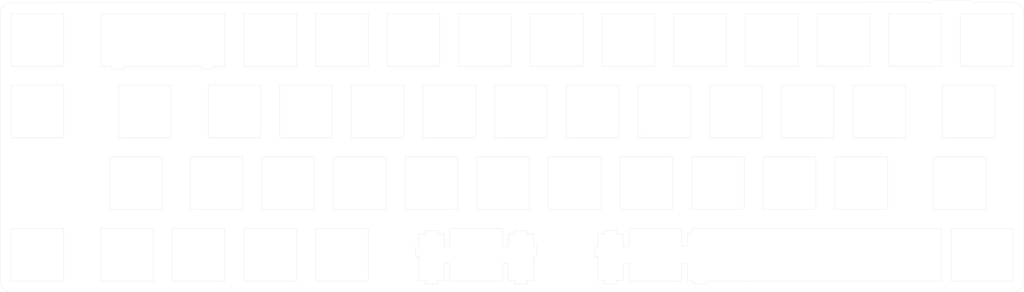
<source format=kicad_pcb>
(kicad_pcb (version 20171130) (host pcbnew "(5.1.12)-1")

  (general
    (thickness 1.6)
    (drawings 286)
    (tracks 0)
    (zones 0)
    (modules 2)
    (nets 1)
  )

  (page USLedger)
  (layers
    (0 F.Cu signal)
    (31 B.Cu signal)
    (32 B.Adhes user)
    (33 F.Adhes user)
    (34 B.Paste user)
    (35 F.Paste user)
    (36 B.SilkS user)
    (37 F.SilkS user)
    (38 B.Mask user)
    (39 F.Mask user)
    (40 Dwgs.User user)
    (41 Cmts.User user)
    (42 Eco1.User user)
    (43 Eco2.User user)
    (44 Edge.Cuts user)
    (45 Margin user)
    (46 B.CrtYd user)
    (47 F.CrtYd user)
    (48 B.Fab user)
    (49 F.Fab user)
  )

  (setup
    (last_trace_width 0.25)
    (trace_clearance 0.2)
    (zone_clearance 0.508)
    (zone_45_only no)
    (trace_min 0.00787)
    (via_size 0.8)
    (via_drill 0.4)
    (via_min_size 0.015748)
    (via_min_drill 0.3)
    (uvia_size 0.3)
    (uvia_drill 0.1)
    (uvias_allowed no)
    (uvia_min_size 0.007874)
    (uvia_min_drill 0.1)
    (edge_width 0.05)
    (segment_width 0.2)
    (pcb_text_width 0.3)
    (pcb_text_size 1.5 1.5)
    (mod_edge_width 0.12)
    (mod_text_size 1 1)
    (mod_text_width 0.15)
    (pad_size 1.524 1.524)
    (pad_drill 0.762)
    (pad_to_mask_clearance 0)
    (aux_axis_origin 0 0)
    (visible_elements 7FFFF7FF)
    (pcbplotparams
      (layerselection 0x010fc_ffffffff)
      (usegerberextensions true)
      (usegerberattributes false)
      (usegerberadvancedattributes true)
      (creategerberjobfile false)
      (excludeedgelayer true)
      (linewidth 0.100000)
      (plotframeref false)
      (viasonmask false)
      (mode 1)
      (useauxorigin false)
      (hpglpennumber 1)
      (hpglpenspeed 20)
      (hpglpendiameter 15.000000)
      (psnegative false)
      (psa4output false)
      (plotreference true)
      (plotvalue true)
      (plotinvisibletext false)
      (padsonsilk false)
      (subtractmaskfromsilk true)
      (outputformat 1)
      (mirror false)
      (drillshape 0)
      (scaleselection 1)
      (outputdirectory "Gerber"))
  )

  (net 0 "")

  (net_class Default "This is the default net class."
    (clearance 0.2)
    (trace_width 0.25)
    (via_dia 0.8)
    (via_drill 0.4)
    (uvia_dia 0.3)
    (uvia_drill 0.1)
  )

  (module Graphics:logo.pretty (layer F.Cu) (tedit 61DA50E0) (tstamp 61DABDE0)
    (at 81.534 126.238)
    (fp_text reference G*** (at 0 0) (layer F.SilkS) hide
      (effects (font (size 1.524 1.524) (thickness 0.3)))
    )
    (fp_text value LOGO (at 0.75 0) (layer F.SilkS) hide
      (effects (font (size 1.524 1.524) (thickness 0.3)))
    )
    (fp_poly (pts (xy -0.098829 -4.514606) (xy -0.031195 -4.434112) (xy -0.013905 -4.409416) (xy 0.050188 -4.332882)
      (xy 0.09695 -4.310315) (xy 0.10501 -4.316668) (xy 0.15496 -4.363065) (xy 0.183501 -4.342503)
      (xy 0.167701 -4.272677) (xy 0.166063 -4.269557) (xy 0.138748 -4.165188) (xy 0.162476 -4.027324)
      (xy 0.162827 -4.02614) (xy 0.208282 -3.873087) (xy 0.253051 -3.722281) (xy 0.302018 -3.596075)
      (xy 0.373714 -3.491515) (xy 0.479393 -3.401636) (xy 0.630311 -3.319474) (xy 0.837723 -3.238066)
      (xy 1.112884 -3.150447) (xy 1.234668 -3.114901) (xy 1.49608 -3.037145) (xy 1.76346 -2.952907)
      (xy 2.010825 -2.870677) (xy 2.212192 -2.798942) (xy 2.27048 -2.776505) (xy 2.444409 -2.708367)
      (xy 2.557937 -2.669077) (xy 2.629244 -2.655968) (xy 2.676511 -2.666373) (xy 2.71792 -2.697625)
      (xy 2.730212 -2.709063) (xy 2.894645 -2.816712) (xy 3.1168 -2.896962) (xy 3.37296 -2.945585)
      (xy 3.639412 -2.958351) (xy 3.89244 -2.93103) (xy 3.929151 -2.922883) (xy 4.153391 -2.826013)
      (xy 4.346546 -2.650716) (xy 4.508136 -2.397506) (xy 4.585222 -2.22039) (xy 4.669147 -1.91067)
      (xy 4.67681 -1.609849) (xy 4.608437 -1.295918) (xy 4.595155 -1.256381) (xy 4.555357 -1.133784)
      (xy 4.547057 -1.056842) (xy 4.573479 -0.991405) (xy 4.627165 -0.917331) (xy 4.689002 -0.823331)
      (xy 4.774983 -0.675685) (xy 4.87233 -0.496936) (xy 4.943385 -0.35945) (xy 5.052062 -0.141877)
      (xy 5.139515 0.039944) (xy 5.215555 0.208725) (xy 5.289993 0.387177) (xy 5.372641 0.598012)
      (xy 5.473309 0.86394) (xy 5.482707 0.889) (xy 5.523777 1.027765) (xy 5.570662 1.233823)
      (xy 5.620731 1.49022) (xy 5.67135 1.780004) (xy 5.719888 2.086225) (xy 5.76371 2.391928)
      (xy 5.800185 2.680163) (xy 5.82668 2.933977) (xy 5.840563 3.136417) (xy 5.842 3.202593)
      (xy 5.842 3.596159) (xy 5.715 3.661834) (xy 5.623264 3.732445) (xy 5.588 3.808063)
      (xy 5.551544 3.922806) (xy 5.44365 3.994398) (xy 5.266524 4.021462) (xy 5.246309 4.021667)
      (xy 5.120765 4.017254) (xy 5.058565 3.998113) (xy 5.038591 3.955389) (xy 5.037666 3.934188)
      (xy 5.021035 3.871726) (xy 4.955464 3.857189) (xy 4.92125 3.860105) (xy 4.836175 3.885632)
      (xy 4.799388 3.953997) (xy 4.791927 4.006256) (xy 4.768628 4.090022) (xy 4.709049 4.144993)
      (xy 4.599536 4.176436) (xy 4.426429 4.189614) (xy 4.312708 4.191) (xy 4.189069 4.18736)
      (xy 4.128123 4.168953) (xy 4.107967 4.124547) (xy 4.106333 4.085167) (xy 4.085828 4.001479)
      (xy 4.025129 3.979334) (xy 3.889984 4.001689) (xy 3.821576 4.071845) (xy 3.81 4.142862)
      (xy 3.779798 4.238312) (xy 3.683919 4.312056) (xy 3.514449 4.369293) (xy 3.440819 4.385486)
      (xy 3.262167 4.400063) (xy 3.145522 4.360902) (xy 3.093165 4.268998) (xy 3.090333 4.232527)
      (xy 3.079386 4.142739) (xy 3.030235 4.11011) (xy 2.973916 4.106982) (xy 2.842966 4.125253)
      (xy 2.772396 4.188686) (xy 2.744903 4.29647) (xy 2.72433 4.380775) (xy 2.670651 4.425932)
      (xy 2.561166 4.453573) (xy 2.405584 4.468387) (xy 2.251654 4.46356) (xy 2.237789 4.461732)
      (xy 2.129918 4.434418) (xy 2.077473 4.379149) (xy 2.058931 4.315074) (xy 2.02341 4.222871)
      (xy 1.953327 4.191867) (xy 1.930687 4.191) (xy 1.788789 4.208081) (xy 1.713671 4.264972)
      (xy 1.693333 4.360333) (xy 1.680527 4.443997) (xy 1.6319 4.495283) (xy 1.532139 4.521398)
      (xy 1.365931 4.529548) (xy 1.3335 4.529667) (xy 1.156077 4.523767) (xy 1.047341 4.501085)
      (xy 0.991821 4.454147) (xy 0.974052 4.37548) (xy 0.973666 4.355804) (xy 0.967737 4.280464)
      (xy 0.934654 4.244777) (xy 0.851475 4.233995) (xy 0.783166 4.233334) (xy 0.592666 4.233334)
      (xy 0.592666 4.572) (xy 0.28575 4.568658) (xy 0.12724 4.564204) (xy -0.000717 4.555634)
      (xy -0.071954 4.544743) (xy -0.074084 4.543964) (xy -0.109848 4.491261) (xy -0.126789 4.390989)
      (xy -0.127 4.377972) (xy -0.127 4.233334) (xy -0.333956 4.233334) (xy -0.458181 4.236583)
      (xy -0.522907 4.25692) (xy -0.553295 4.310222) (xy -0.568707 4.3815) (xy -0.596504 4.529667)
      (xy -0.859169 4.529089) (xy -1.059911 4.523983) (xy -1.192088 4.5058) (xy -1.271493 4.468653)
      (xy -1.313921 4.406656) (xy -1.328369 4.35424) (xy -1.349095 4.278856) (xy -1.388123 4.244002)
      (xy -1.470615 4.237177) (xy -1.555161 4.241573) (xy -1.677959 4.253964) (xy -1.739916 4.280148)
      (xy -1.764857 4.334632) (xy -1.770396 4.372644) (xy -1.783958 4.490788) (xy -2.109062 4.478477)
      (xy -2.27302 4.471014) (xy -2.37073 4.45928) (xy -2.420565 4.436172) (xy -2.440897 4.39459)
      (xy -2.447774 4.347553) (xy -2.49456 4.235549) (xy -2.566947 4.188803) (xy -2.68026 4.154463)
      (xy -2.745121 4.168945) (xy -2.787968 4.241578) (xy -2.798545 4.270506) (xy -2.833816 4.344348)
      (xy -2.890637 4.384863) (xy -2.995199 4.406458) (xy -3.05787 4.413182) (xy -3.216329 4.417864)
      (xy -3.365267 4.405542) (xy -3.415362 4.395186) (xy -3.513194 4.355903) (xy -3.551388 4.294017)
      (xy -3.556 4.232833) (xy -3.584033 4.119955) (xy -3.652734 4.048307) (xy -3.739013 4.02401)
      (xy -3.819774 4.053188) (xy -3.871927 4.141961) (xy -3.8735 4.148667) (xy -3.896238 4.224231)
      (xy -3.937579 4.26174) (xy -4.022448 4.27444) (xy -4.11248 4.275667) (xy -4.301342 4.262406)
      (xy -4.419498 4.218712) (xy -4.47727 4.138717) (xy -4.487334 4.062511) (xy -4.505546 3.964734)
      (xy -4.547371 3.937) (xy -4.640302 3.922158) (xy -4.674921 3.911093) (xy -4.733668 3.918153)
      (xy -4.78151 3.998177) (xy -4.788358 4.016927) (xy -4.82712 4.101512) (xy -4.884406 4.139138)
      (xy -4.991104 4.14808) (xy -5.010058 4.148089) (xy -5.190072 4.140498) (xy -5.301109 4.113941)
      (xy -5.358128 4.060579) (xy -5.376085 3.972569) (xy -5.376334 3.956082) (xy -5.392438 3.847024)
      (xy -5.449418 3.793265) (xy -5.465262 3.787481) (xy -5.561822 3.782916) (xy -5.619365 3.849066)
      (xy -5.63716 3.915834) (xy -5.674379 3.979458) (xy -5.769417 4.009632) (xy -5.80241 4.013151)
      (xy -5.997821 4.004062) (xy -6.133153 3.940251) (xy -6.204812 3.823561) (xy -6.209272 3.804561)
      (xy -6.26106 3.687367) (xy -6.360577 3.623946) (xy -6.485115 3.577167) (xy -6.457282 3.026834)
      (xy -6.424922 2.604201) (xy -6.371313 2.159994) (xy -6.300222 1.714979) (xy -6.215417 1.289917)
      (xy -6.120667 0.905574) (xy -6.01974 0.582713) (xy -6.007859 0.550334) (xy -5.939045 0.366796)
      (xy -5.864141 0.1678) (xy -5.832744 0.084667) (xy -5.775763 -0.039323) (xy -5.684357 -0.209452)
      (xy -5.571147 -0.404995) (xy -5.44875 -0.605222) (xy -5.329786 -0.789407) (xy -5.226875 -0.936823)
      (xy -5.161838 -1.017317) (xy -5.04777 -1.143366) (xy -4.985959 -1.225805) (xy -4.96767 -1.279747)
      (xy -4.984166 -1.320303) (xy -4.985641 -1.322122) (xy -5.021211 -1.388053) (xy -5.07107 -1.508183)
      (xy -5.121948 -1.649366) (xy -5.182675 -1.896415) (xy -5.184222 -2.123427) (xy -5.124304 -2.358146)
      (xy -5.049174 -2.532416) (xy -4.964504 -2.679447) (xy -4.859038 -2.795521) (xy -4.705289 -2.910146)
      (xy -4.684882 -2.923523) (xy -4.503918 -3.030663) (xy -4.342357 -3.096195) (xy -4.170843 -3.127037)
      (xy -3.960019 -3.130109) (xy -3.835508 -3.123703) (xy -3.611463 -3.096863) (xy -3.429345 -3.042345)
      (xy -3.312202 -2.985966) (xy -3.190889 -2.912905) (xy -3.103282 -2.847048) (xy -3.07415 -2.812887)
      (xy -3.023514 -2.793782) (xy -2.907566 -2.814115) (xy -2.734689 -2.871642) (xy -2.518834 -2.961617)
      (xy -2.342703 -3.027737) (xy -2.110488 -3.096969) (xy -1.846379 -3.16389) (xy -1.574566 -3.223077)
      (xy -1.319242 -3.269106) (xy -1.104596 -3.296554) (xy -1.001184 -3.301865) (xy -0.864544 -3.343273)
      (xy -0.74235 -3.440184) (xy -0.672093 -3.521511) (xy -0.618125 -3.616981) (xy -0.571377 -3.748101)
      (xy -0.522778 -3.936382) (xy -0.510275 -3.990517) (xy -0.458292 -4.201754) (xy -0.415394 -4.333855)
      (xy -0.378678 -4.391501) (xy -0.345245 -4.379371) (xy -0.313863 -4.307416) (xy -0.292384 -4.256779)
      (xy -0.272234 -4.268675) (xy -0.243995 -4.352016) (xy -0.235571 -4.3815) (xy -0.197119 -4.485822)
      (xy -0.158147 -4.543893) (xy -0.146811 -4.548331) (xy -0.098829 -4.514606)) (layer F.Mask) (width 0.01))
  )

  (module Graphics:logo.pretty (layer F.Cu) (tedit 61DA428A) (tstamp 61DABE1F)
    (at 81.534 126.238)
    (fp_text reference G1 (at 0 0) (layer F.SilkS) hide
      (effects (font (size 1.524 1.524) (thickness 0.3)))
    )
    (fp_text value LOGO (at 0.75 0) (layer F.SilkS) hide
      (effects (font (size 1.524 1.524) (thickness 0.3)))
    )
    (fp_poly (pts (xy -0.098829 -4.514606) (xy -0.031195 -4.434112) (xy -0.013905 -4.409416) (xy 0.050188 -4.332882)
      (xy 0.09695 -4.310315) (xy 0.10501 -4.316668) (xy 0.15496 -4.363065) (xy 0.183501 -4.342503)
      (xy 0.167701 -4.272677) (xy 0.166063 -4.269557) (xy 0.138748 -4.165188) (xy 0.162476 -4.027324)
      (xy 0.162827 -4.02614) (xy 0.208282 -3.873087) (xy 0.253051 -3.722281) (xy 0.302018 -3.596075)
      (xy 0.373714 -3.491515) (xy 0.479393 -3.401636) (xy 0.630311 -3.319474) (xy 0.837723 -3.238066)
      (xy 1.112884 -3.150447) (xy 1.234668 -3.114901) (xy 1.49608 -3.037145) (xy 1.76346 -2.952907)
      (xy 2.010825 -2.870677) (xy 2.212192 -2.798942) (xy 2.27048 -2.776505) (xy 2.444409 -2.708367)
      (xy 2.557937 -2.669077) (xy 2.629244 -2.655968) (xy 2.676511 -2.666373) (xy 2.71792 -2.697625)
      (xy 2.730212 -2.709063) (xy 2.894645 -2.816712) (xy 3.1168 -2.896962) (xy 3.37296 -2.945585)
      (xy 3.639412 -2.958351) (xy 3.89244 -2.93103) (xy 3.929151 -2.922883) (xy 4.153391 -2.826013)
      (xy 4.346546 -2.650716) (xy 4.508136 -2.397506) (xy 4.585222 -2.22039) (xy 4.669147 -1.91067)
      (xy 4.67681 -1.609849) (xy 4.608437 -1.295918) (xy 4.595155 -1.256381) (xy 4.555357 -1.133784)
      (xy 4.547057 -1.056842) (xy 4.573479 -0.991405) (xy 4.627165 -0.917331) (xy 4.689002 -0.823331)
      (xy 4.774983 -0.675685) (xy 4.87233 -0.496936) (xy 4.943385 -0.35945) (xy 5.052062 -0.141877)
      (xy 5.139515 0.039944) (xy 5.215555 0.208725) (xy 5.289993 0.387177) (xy 5.372641 0.598012)
      (xy 5.473309 0.86394) (xy 5.482707 0.889) (xy 5.523777 1.027765) (xy 5.570662 1.233823)
      (xy 5.620731 1.49022) (xy 5.67135 1.780004) (xy 5.719888 2.086225) (xy 5.76371 2.391928)
      (xy 5.800185 2.680163) (xy 5.82668 2.933977) (xy 5.840563 3.136417) (xy 5.842 3.202593)
      (xy 5.842 3.596159) (xy 5.715 3.661834) (xy 5.623264 3.732445) (xy 5.588 3.808063)
      (xy 5.551544 3.922806) (xy 5.44365 3.994398) (xy 5.266524 4.021462) (xy 5.246309 4.021667)
      (xy 5.120765 4.017254) (xy 5.058565 3.998113) (xy 5.038591 3.955389) (xy 5.037666 3.934188)
      (xy 5.021035 3.871726) (xy 4.955464 3.857189) (xy 4.92125 3.860105) (xy 4.836175 3.885632)
      (xy 4.799388 3.953997) (xy 4.791927 4.006256) (xy 4.768628 4.090022) (xy 4.709049 4.144993)
      (xy 4.599536 4.176436) (xy 4.426429 4.189614) (xy 4.312708 4.191) (xy 4.189069 4.18736)
      (xy 4.128123 4.168953) (xy 4.107967 4.124547) (xy 4.106333 4.085167) (xy 4.085828 4.001479)
      (xy 4.025129 3.979334) (xy 3.889984 4.001689) (xy 3.821576 4.071845) (xy 3.81 4.142862)
      (xy 3.779798 4.238312) (xy 3.683919 4.312056) (xy 3.514449 4.369293) (xy 3.440819 4.385486)
      (xy 3.262167 4.400063) (xy 3.145522 4.360902) (xy 3.093165 4.268998) (xy 3.090333 4.232527)
      (xy 3.079386 4.142739) (xy 3.030235 4.11011) (xy 2.973916 4.106982) (xy 2.842966 4.125253)
      (xy 2.772396 4.188686) (xy 2.744903 4.29647) (xy 2.72433 4.380775) (xy 2.670651 4.425932)
      (xy 2.561166 4.453573) (xy 2.405584 4.468387) (xy 2.251654 4.46356) (xy 2.237789 4.461732)
      (xy 2.129918 4.434418) (xy 2.077473 4.379149) (xy 2.058931 4.315074) (xy 2.02341 4.222871)
      (xy 1.953327 4.191867) (xy 1.930687 4.191) (xy 1.788789 4.208081) (xy 1.713671 4.264972)
      (xy 1.693333 4.360333) (xy 1.680527 4.443997) (xy 1.6319 4.495283) (xy 1.532139 4.521398)
      (xy 1.365931 4.529548) (xy 1.3335 4.529667) (xy 1.156077 4.523767) (xy 1.047341 4.501085)
      (xy 0.991821 4.454147) (xy 0.974052 4.37548) (xy 0.973666 4.355804) (xy 0.967737 4.280464)
      (xy 0.934654 4.244777) (xy 0.851475 4.233995) (xy 0.783166 4.233334) (xy 0.592666 4.233334)
      (xy 0.592666 4.572) (xy 0.28575 4.568658) (xy 0.12724 4.564204) (xy -0.000717 4.555634)
      (xy -0.071954 4.544743) (xy -0.074084 4.543964) (xy -0.109848 4.491261) (xy -0.126789 4.390989)
      (xy -0.127 4.377972) (xy -0.127 4.233334) (xy -0.333956 4.233334) (xy -0.458181 4.236583)
      (xy -0.522907 4.25692) (xy -0.553295 4.310222) (xy -0.568707 4.3815) (xy -0.596504 4.529667)
      (xy -0.859169 4.529089) (xy -1.059911 4.523983) (xy -1.192088 4.5058) (xy -1.271493 4.468653)
      (xy -1.313921 4.406656) (xy -1.328369 4.35424) (xy -1.349095 4.278856) (xy -1.388123 4.244002)
      (xy -1.470615 4.237177) (xy -1.555161 4.241573) (xy -1.677959 4.253964) (xy -1.739916 4.280148)
      (xy -1.764857 4.334632) (xy -1.770396 4.372644) (xy -1.783958 4.490788) (xy -2.109062 4.478477)
      (xy -2.27302 4.471014) (xy -2.37073 4.45928) (xy -2.420565 4.436172) (xy -2.440897 4.39459)
      (xy -2.447774 4.347553) (xy -2.49456 4.235549) (xy -2.566947 4.188803) (xy -2.68026 4.154463)
      (xy -2.745121 4.168945) (xy -2.787968 4.241578) (xy -2.798545 4.270506) (xy -2.833816 4.344348)
      (xy -2.890637 4.384863) (xy -2.995199 4.406458) (xy -3.05787 4.413182) (xy -3.216329 4.417864)
      (xy -3.365267 4.405542) (xy -3.415362 4.395186) (xy -3.513194 4.355903) (xy -3.551388 4.294017)
      (xy -3.556 4.232833) (xy -3.584033 4.119955) (xy -3.652734 4.048307) (xy -3.739013 4.02401)
      (xy -3.819774 4.053188) (xy -3.871927 4.141961) (xy -3.8735 4.148667) (xy -3.896238 4.224231)
      (xy -3.937579 4.26174) (xy -4.022448 4.27444) (xy -4.11248 4.275667) (xy -4.301342 4.262406)
      (xy -4.419498 4.218712) (xy -4.47727 4.138717) (xy -4.487334 4.062511) (xy -4.505546 3.964734)
      (xy -4.547371 3.937) (xy -4.640302 3.922158) (xy -4.674921 3.911093) (xy -4.733668 3.918153)
      (xy -4.78151 3.998177) (xy -4.788358 4.016927) (xy -4.82712 4.101512) (xy -4.884406 4.139138)
      (xy -4.991104 4.14808) (xy -5.010058 4.148089) (xy -5.190072 4.140498) (xy -5.301109 4.113941)
      (xy -5.358128 4.060579) (xy -5.376085 3.972569) (xy -5.376334 3.956082) (xy -5.392438 3.847024)
      (xy -5.449418 3.793265) (xy -5.465262 3.787481) (xy -5.561822 3.782916) (xy -5.619365 3.849066)
      (xy -5.63716 3.915834) (xy -5.674379 3.979458) (xy -5.769417 4.009632) (xy -5.80241 4.013151)
      (xy -5.997821 4.004062) (xy -6.133153 3.940251) (xy -6.204812 3.823561) (xy -6.209272 3.804561)
      (xy -6.26106 3.687367) (xy -6.360577 3.623946) (xy -6.485115 3.577167) (xy -6.457282 3.026834)
      (xy -6.424922 2.604201) (xy -6.371313 2.159994) (xy -6.300222 1.714979) (xy -6.215417 1.289917)
      (xy -6.120667 0.905574) (xy -6.01974 0.582713) (xy -6.007859 0.550334) (xy -5.939045 0.366796)
      (xy -5.864141 0.1678) (xy -5.832744 0.084667) (xy -5.775763 -0.039323) (xy -5.684357 -0.209452)
      (xy -5.571147 -0.404995) (xy -5.44875 -0.605222) (xy -5.329786 -0.789407) (xy -5.226875 -0.936823)
      (xy -5.161838 -1.017317) (xy -5.04777 -1.143366) (xy -4.985959 -1.225805) (xy -4.96767 -1.279747)
      (xy -4.984166 -1.320303) (xy -4.985641 -1.322122) (xy -5.021211 -1.388053) (xy -5.07107 -1.508183)
      (xy -5.121948 -1.649366) (xy -5.182675 -1.896415) (xy -5.184222 -2.123427) (xy -5.124304 -2.358146)
      (xy -5.049174 -2.532416) (xy -4.964504 -2.679447) (xy -4.859038 -2.795521) (xy -4.705289 -2.910146)
      (xy -4.684882 -2.923523) (xy -4.503918 -3.030663) (xy -4.342357 -3.096195) (xy -4.170843 -3.127037)
      (xy -3.960019 -3.130109) (xy -3.835508 -3.123703) (xy -3.611463 -3.096863) (xy -3.429345 -3.042345)
      (xy -3.312202 -2.985966) (xy -3.190889 -2.912905) (xy -3.103282 -2.847048) (xy -3.07415 -2.812887)
      (xy -3.023514 -2.793782) (xy -2.907566 -2.814115) (xy -2.734689 -2.871642) (xy -2.518834 -2.961617)
      (xy -2.342703 -3.027737) (xy -2.110488 -3.096969) (xy -1.846379 -3.16389) (xy -1.574566 -3.223077)
      (xy -1.319242 -3.269106) (xy -1.104596 -3.296554) (xy -1.001184 -3.301865) (xy -0.864544 -3.343273)
      (xy -0.74235 -3.440184) (xy -0.672093 -3.521511) (xy -0.618125 -3.616981) (xy -0.571377 -3.748101)
      (xy -0.522778 -3.936382) (xy -0.510275 -3.990517) (xy -0.458292 -4.201754) (xy -0.415394 -4.333855)
      (xy -0.378678 -4.391501) (xy -0.345245 -4.379371) (xy -0.313863 -4.307416) (xy -0.292384 -4.256779)
      (xy -0.272234 -4.268675) (xy -0.243995 -4.352016) (xy -0.235571 -4.3815) (xy -0.197119 -4.485822)
      (xy -0.158147 -4.543893) (xy -0.146811 -4.548331) (xy -0.098829 -4.514606)) (layer B.Mask) (width 0.01))
  )

  (gr_line (start 269.29715 152.92701) (end 269.58535 152.92701) (layer Edge.Cuts) (width 0.05) (tstamp 61DABD43))
  (gr_line (start 269.29715 138.92755) (end 269.58535 138.92755) (layer Edge.Cuts) (width 0.05) (tstamp 61DABD42))
  (gr_line (start 269.29715 133.87705) (end 269.29715 119.87765) (layer Edge.Cuts) (width 0.05) (tstamp 61DAB7CA))
  (gr_line (start 274.34785 119.87765) (end 274.34785 133.87705) (layer Edge.Cuts) (width 0.05) (tstamp 61DAB7BE))
  (gr_line (start 288.34715 133.87705) (end 288.34715 119.87765) (layer Edge.Cuts) (width 0.05) (tstamp 61DAB7B5))
  (gr_line (start 293.39785 119.87765) (end 293.39785 133.87705) (layer Edge.Cuts) (width 0.05) (tstamp 61DAB5E4))
  (gr_line (start 319.59145 119.87765) (end 319.59145 133.87705) (layer Edge.Cuts) (width 0.05) (tstamp 61DAB5CF))
  (gr_line (start 307.39715 133.87705) (end 307.39715 119.87765) (layer Edge.Cuts) (width 0.05) (tstamp 61DAB5C0))
  (gr_line (start 255.29785 119.87765) (end 255.29785 133.87705) (layer Edge.Cuts) (width 0.05) (tstamp 61DAB791))
  (gr_line (start 88.28425 152.92701) (end 88.28425 138.92755) (layer Edge.Cuts) (width 0.05) (tstamp 61DAB8F8))
  (gr_line (start 88.28425 138.92755) (end 74.28425 138.92755) (layer Edge.Cuts) (width 0.05) (tstamp 61DAB8EF))
  (gr_line (start 135.94735 119.87765) (end 121.94735 119.87765) (layer Edge.Cuts) (width 0.05) (tstamp 61DAB782))
  (gr_line (start 174.04735 119.87765) (end 160.04735 119.87765) (layer Edge.Cuts) (width 0.05) (tstamp 61DAB770))
  (gr_line (start 114.51735 119.87765) (end 100.51635 119.87765) (layer Edge.Cuts) (width 0.05) (tstamp 61DAB761))
  (gr_line (start 154.99735 119.87765) (end 140.99735 119.87765) (layer Edge.Cuts) (width 0.05) (tstamp 61DAB74C))
  (gr_line (start 131.18435 95.77685) (end 128.20935 95.77685) (layer Edge.Cuts) (width 0.05) (tstamp 61DAB680))
  (gr_line (start 136.23535 95.77685) (end 150.23435 95.77685) (layer Edge.Cuts) (width 0.05) (tstamp 61DAB677))
  (gr_line (start 128.20935 95.77685) (end 128.20935 96.52795) (layer Edge.Cuts) (width 0.05) (tstamp 61DAB66B))
  (gr_line (start 155.28535 95.77685) (end 169.28435 95.77685) (layer Edge.Cuts) (width 0.05) (tstamp 61DAB668))
  (gr_line (start 124.91035 96.52795) (end 124.91035 95.77685) (layer Edge.Cuts) (width 0.05) (tstamp 61DAB653))
  (gr_line (start 124.91035 95.77685) (end 104.40935 95.77685) (layer Edge.Cuts) (width 0.05) (tstamp 61DAB650))
  (gr_line (start 104.40935 95.77685) (end 104.40935 96.52795) (layer Edge.Cuts) (width 0.05) (tstamp 61DAB64A))
  (gr_line (start 101.11035 95.77685) (end 98.13535 95.77685) (layer Edge.Cuts) (width 0.05) (tstamp 61DAB647))
  (gr_line (start 74.32235 95.77685) (end 88.32235 95.77685) (layer Edge.Cuts) (width 0.05) (tstamp 61DAB638))
  (gr_line (start 128.20935 96.52795) (end 124.91035 96.52795) (layer Edge.Cuts) (width 0.05) (tstamp 61DAB61A))
  (gr_line (start 104.40935 96.52795) (end 101.11035 96.52795) (layer Edge.Cuts) (width 0.05) (tstamp 61DAB611))
  (gr_line (start 101.11035 96.52795) (end 101.11035 95.77685) (layer Edge.Cuts) (width 0.05) (tstamp 61DAB602))
  (gr_line (start 126.71035 114.82685) (end 140.70935 114.82685) (layer Edge.Cuts) (width 0.05) (tstamp 61DAB5FF))
  (gr_line (start 140.70935 100.82755) (end 126.71035 100.82755) (layer Edge.Cuts) (width 0.05) (tstamp 61DAB5FC))
  (gr_line (start 183.86035 100.82755) (end 183.86035 114.82685) (layer Edge.Cuts) (width 0.05) (tstamp 61DAB5F9))
  (gr_line (start 74.32235 114.82685) (end 88.32235 114.82685) (layer Edge.Cuts) (width 0.05) (tstamp 61DAB5ED))
  (gr_line (start 116.89735 114.82685) (end 116.89735 100.82755) (layer Edge.Cuts) (width 0.05) (tstamp 61DAB5DE))
  (gr_line (start 126.71035 100.82755) (end 126.71035 114.82685) (layer Edge.Cuts) (width 0.05) (tstamp 61DAB5DB))
  (gr_line (start 140.70935 114.82685) (end 140.70935 100.82755) (layer Edge.Cuts) (width 0.05) (tstamp 61DAB5D8))
  (gr_line (start 88.32235 100.82755) (end 74.32235 100.82755) (layer Edge.Cuts) (width 0.05) (tstamp 61DAB5D5))
  (gr_line (start 159.75935 100.82755) (end 145.76035 100.82755) (layer Edge.Cuts) (width 0.05) (tstamp 61DAB5D2))
  (gr_line (start 145.76035 114.82685) (end 159.75935 114.82685) (layer Edge.Cuts) (width 0.05) (tstamp 61DAB5CC))
  (gr_line (start 178.80935 100.82755) (end 164.81035 100.82755) (layer Edge.Cuts) (width 0.05) (tstamp 61DAB5C3))
  (gr_line (start 102.89735 100.82755) (end 102.89735 114.82685) (layer Edge.Cuts) (width 0.05) (tstamp 61DAB5BD))
  (gr_line (start 164.81035 100.82755) (end 164.81035 114.82685) (layer Edge.Cuts) (width 0.05) (tstamp 61DAB5BA))
  (gr_line (start 116.89735 100.82755) (end 102.89735 100.82755) (layer Edge.Cuts) (width 0.05) (tstamp 61DAB5A5))
  (gr_line (start 88.32235 114.82685) (end 88.32235 100.82755) (layer Edge.Cuts) (width 0.05) (tstamp 61DAB59F))
  (gr_line (start 159.75935 114.82685) (end 159.75935 100.82755) (layer Edge.Cuts) (width 0.05) (tstamp 61DAB59C))
  (gr_line (start 164.81035 114.82685) (end 178.80935 114.82685) (layer Edge.Cuts) (width 0.05) (tstamp 61DAB599))
  (gr_line (start 74.32235 100.82755) (end 74.32235 114.82685) (layer Edge.Cuts) (width 0.05) (tstamp 61DAB593))
  (gr_line (start 145.76035 100.82755) (end 145.76035 114.82685) (layer Edge.Cuts) (width 0.05) (tstamp 61DAB590))
  (gr_line (start 102.89735 114.82685) (end 116.89735 114.82685) (layer Edge.Cuts) (width 0.05) (tstamp 61DAB581))
  (gr_line (start 178.80935 114.82685) (end 178.80935 100.82755) (layer Edge.Cuts) (width 0.05) (tstamp 61DAB578))
  (gr_line (start 71.40194 152.84704) (end 71.41464 81.8515) (layer Edge.Cuts) (width 0.05) (tstamp 61D9AA09))
  (gr_line (start 232.07935 152.69688) (end 230.35435 152.69688) (layer Edge.Cuts) (width 0.05) (tstamp 61DAB491))
  (gr_line (start 235.37935 153.67804) (end 232.07935 153.67804) (layer Edge.Cuts) (width 0.05) (tstamp 61DAB494))
  (gr_line (start 230.35435 140.39785) (end 232.07935 140.39785) (layer Edge.Cuts) (width 0.05) (tstamp 61DAB497))
  (gr_line (start 254.15375 143.62805) (end 254.15375 140.39785) (layer Edge.Cuts) (width 0.05) (tstamp 61DAB49A))
  (gr_line (start 252.62835 138.92755) (end 252.62835 143.62805) (layer Edge.Cuts) (width 0.05) (tstamp 61DAB49D))
  (gr_line (start 232.07935 140.39785) (end 232.07935 139.47595) (layer Edge.Cuts) (width 0.05) (tstamp 61DAB4A0))
  (gr_line (start 230.35435 143.62805) (end 230.35435 140.39785) (layer Edge.Cuts) (width 0.05) (tstamp 61DAB4A3))
  (gr_line (start 230.35435 146.42681) (end 229.52835 146.42681) (layer Edge.Cuts) (width 0.05) (tstamp 61DAB4A6))
  (gr_line (start 237.10335 140.39785) (end 237.10335 143.62805) (layer Edge.Cuts) (width 0.05) (tstamp 61DAB4A9))
  (gr_line (start 229.52835 143.62805) (end 230.35435 143.62805) (layer Edge.Cuts) (width 0.05) (tstamp 61DAB4AC))
  (gr_line (start 232.07935 139.47595) (end 235.37935 139.47595) (layer Edge.Cuts) (width 0.05) (tstamp 61DAB4AF))
  (gr_line (start 255.29785 138.92755) (end 269.29715 138.92755) (layer Edge.Cuts) (width 0.05) (tstamp 61DAB4B2))
  (gr_line (start 252.62835 143.62805) (end 254.15375 143.62805) (layer Edge.Cuts) (width 0.05) (tstamp 61DAB4B5))
  (gr_line (start 238.62935 143.62805) (end 238.62935 138.92755) (layer Edge.Cuts) (width 0.05) (tstamp 61DAB4B8))
  (gr_line (start 237.10335 143.62805) (end 238.62935 143.62805) (layer Edge.Cuts) (width 0.05) (tstamp 61DAB4BB))
  (gr_line (start 255.29785 140.39785) (end 255.29785 138.92755) (layer Edge.Cuts) (width 0.05) (tstamp 61DAB4BE))
  (gr_line (start 238.62935 138.92755) (end 252.62835 138.92755) (layer Edge.Cuts) (width 0.05) (tstamp 61DAB4C1))
  (gr_line (start 235.37935 140.39785) (end 237.10335 140.39785) (layer Edge.Cuts) (width 0.05) (tstamp 61DAB4C4))
  (gr_line (start 229.52835 146.42681) (end 229.52835 143.62805) (layer Edge.Cuts) (width 0.05) (tstamp 61DAB4C7))
  (gr_line (start 232.07935 153.67804) (end 232.07935 152.69688) (layer Edge.Cuts) (width 0.05) (tstamp 61DAB4CA))
  (gr_line (start 235.37935 139.47595) (end 235.37935 140.39785) (layer Edge.Cuts) (width 0.05) (tstamp 61DAB4CD))
  (gr_line (start 254.15375 140.39785) (end 255.29785 140.39785) (layer Edge.Cuts) (width 0.05) (tstamp 61DAB4D0))
  (gr_line (start 230.35435 152.69688) (end 230.35435 146.42681) (layer Edge.Cuts) (width 0.05) (tstamp 61DAB4D3))
  (gr_line (start 206.52835 152.69688) (end 206.52835 148.22792) (layer Edge.Cuts) (width 0.05) (tstamp 61DAB4DC))
  (gr_line (start 208.25435 152.69688) (end 206.52835 152.69688) (layer Edge.Cuts) (width 0.05) (tstamp 61DAB4E2))
  (gr_line (start 208.25435 153.67804) (end 208.25435 152.69688) (layer Edge.Cuts) (width 0.05) (tstamp 61DAB4E5))
  (gr_line (start 206.52835 143.62805) (end 206.52835 140.39785) (layer Edge.Cuts) (width 0.05) (tstamp 61DAB4E8))
  (gr_line (start 211.553351 153.67804) (end 208.25435 153.67804) (layer Edge.Cuts) (width 0.05) (tstamp 61DAB4EB))
  (gr_line (start 211.553351 152.69688) (end 211.553351 153.67804) (layer Edge.Cuts) (width 0.05) (tstamp 61DAB4EE))
  (gr_line (start 213.27835 152.69688) (end 211.553351 152.69688) (layer Edge.Cuts) (width 0.05) (tstamp 61DAB4F1))
  (gr_line (start 214.10435 146.42681) (end 213.27835 146.42681) (layer Edge.Cuts) (width 0.05) (tstamp 61DAB4F4))
  (gr_line (start 214.10435 143.62805) (end 214.10435 146.42681) (layer Edge.Cuts) (width 0.05) (tstamp 61DAB4F7))
  (gr_line (start 213.27835 143.62805) (end 214.10435 143.62805) (layer Edge.Cuts) (width 0.05) (tstamp 61DAB4FA))
  (gr_line (start 205.00335 138.92755) (end 205.00335 143.62805) (layer Edge.Cuts) (width 0.05) (tstamp 61DAB4FD))
  (gr_line (start 206.52835 148.22792) (end 205.00335 148.22792) (layer Edge.Cuts) (width 0.05) (tstamp 61DAB500))
  (gr_line (start 213.27835 146.42681) (end 213.27835 152.69688) (layer Edge.Cuts) (width 0.05) (tstamp 61DAB503))
  (gr_line (start 213.27835 140.39785) (end 213.27835 143.62805) (layer Edge.Cuts) (width 0.05) (tstamp 61DAB506))
  (gr_line (start 208.25435 140.39785) (end 208.25435 139.47595) (layer Edge.Cuts) (width 0.05) (tstamp 61DAB509))
  (gr_line (start 211.553351 140.39785) (end 213.27835 140.39785) (layer Edge.Cuts) (width 0.05) (tstamp 61DAB50C))
  (gr_line (start 211.553351 139.47595) (end 211.553351 140.39785) (layer Edge.Cuts) (width 0.05) (tstamp 61DAB50F))
  (gr_line (start 208.25435 139.47595) (end 211.553351 139.47595) (layer Edge.Cuts) (width 0.05) (tstamp 61DAB512))
  (gr_line (start 205.00335 143.62805) (end 206.52835 143.62805) (layer Edge.Cuts) (width 0.05) (tstamp 61DAB518))
  (gr_line (start 206.52835 140.39785) (end 208.25435 140.39785) (layer Edge.Cuts) (width 0.05) (tstamp 61DAB51B))
  (gr_line (start 184.45435 139.47595) (end 187.75435 139.47595) (layer Edge.Cuts) (width 0.05) (tstamp 61DAB51E))
  (gr_line (start 184.45435 140.39785) (end 184.45435 139.47595) (layer Edge.Cuts) (width 0.05) (tstamp 61DAB521))
  (gr_line (start 182.72935 140.39785) (end 184.45435 140.39785) (layer Edge.Cuts) (width 0.05) (tstamp 61DAB524))
  (gr_line (start 184.45435 152.69688) (end 182.72935 152.69688) (layer Edge.Cuts) (width 0.05) (tstamp 61DAB527))
  (gr_line (start 191.00435 148.22792) (end 189.47835 148.22792) (layer Edge.Cuts) (width 0.05) (tstamp 61DAB52A))
  (gr_line (start 187.75435 153.67804) (end 184.45435 153.67804) (layer Edge.Cuts) (width 0.05) (tstamp 61DAB52D))
  (gr_line (start 187.75435 152.69688) (end 187.75435 153.67804) (layer Edge.Cuts) (width 0.05) (tstamp 61DAB530))
  (gr_line (start 191.00435 152.92701) (end 191.00435 148.22792) (layer Edge.Cuts) (width 0.05) (tstamp 61DAB533))
  (gr_line (start 205.00335 152.92701) (end 191.00435 152.92701) (layer Edge.Cuts) (width 0.05) (tstamp 61DAB536))
  (gr_line (start 182.72935 143.62805) (end 182.72935 140.39785) (layer Edge.Cuts) (width 0.05) (tstamp 61DAB539))
  (gr_line (start 184.45435 153.67804) (end 184.45435 152.69688) (layer Edge.Cuts) (width 0.05) (tstamp 61DAB53C))
  (gr_line (start 205.00335 148.22792) (end 205.00335 152.92701) (layer Edge.Cuts) (width 0.05) (tstamp 61DAB53F))
  (gr_line (start 181.90335 146.42681) (end 181.90335 143.62805) (layer Edge.Cuts) (width 0.05) (tstamp 61DAB542))
  (gr_line (start 182.72935 152.69688) (end 182.72935 146.42681) (layer Edge.Cuts) (width 0.05) (tstamp 61DAB545))
  (gr_line (start 189.47835 152.69688) (end 187.75435 152.69688) (layer Edge.Cuts) (width 0.05) (tstamp 61DAB548))
  (gr_line (start 181.90335 143.62805) (end 182.72935 143.62805) (layer Edge.Cuts) (width 0.05) (tstamp 61DAB54B))
  (gr_line (start 189.47835 148.22792) (end 189.47835 152.69688) (layer Edge.Cuts) (width 0.05) (tstamp 61DAB54E))
  (gr_line (start 191.00435 138.92755) (end 205.00335 138.92755) (layer Edge.Cuts) (width 0.05) (tstamp 61DAB551))
  (gr_line (start 255.87925 152.92701) (end 255.29785 152.92701) (layer Edge.Cuts) (width 0.05) (tstamp 61DAB554))
  (gr_line (start 255.87925 153.67804) (end 255.87925 152.92701) (layer Edge.Cuts) (width 0.05) (tstamp 61DAB557))
  (gr_line (start 187.75435 140.39785) (end 189.47835 140.39785) (layer Edge.Cuts) (width 0.05) (tstamp 61DAB55A))
  (gr_line (start 269.29715 152.92701) (end 259.17835 152.92701) (layer Edge.Cuts) (width 0.05) (tstamp 61DAB55D))
  (gr_line (start 182.72935 146.42681) (end 181.90335 146.42681) (layer Edge.Cuts) (width 0.05) (tstamp 61DAB560))
  (gr_line (start 259.17835 153.67804) (end 255.87925 153.67804) (layer Edge.Cuts) (width 0.05) (tstamp 61DAB563))
  (gr_line (start 189.47835 143.62805) (end 191.00435 143.62805) (layer Edge.Cuts) (width 0.05) (tstamp 61DAB566))
  (gr_line (start 259.17835 152.92701) (end 259.17835 153.67804) (layer Edge.Cuts) (width 0.05) (tstamp 61DAB569))
  (gr_line (start 191.00435 143.62805) (end 191.00435 138.92755) (layer Edge.Cuts) (width 0.05) (tstamp 61DAB56F))
  (gr_line (start 189.47835 140.39785) (end 189.47835 143.62805) (layer Edge.Cuts) (width 0.05) (tstamp 61DAB572))
  (gr_line (start 187.75435 139.47595) (end 187.75435 140.39785) (layer Edge.Cuts) (width 0.05) (tstamp 61DAB575))
  (gr_line (start 216.90935 114.82685) (end 216.90935 100.82755) (layer Edge.Cuts) (width 0.05) (tstamp 61DAB57B))
  (gr_line (start 274.05965 100.82755) (end 260.06035 100.82755) (layer Edge.Cuts) (width 0.05) (tstamp 61DAB57E))
  (gr_line (start 255.00965 114.82685) (end 255.00965 100.82755) (layer Edge.Cuts) (width 0.05) (tstamp 61DAB584))
  (gr_line (start 235.95935 100.82755) (end 221.96035 100.82755) (layer Edge.Cuts) (width 0.05) (tstamp 61DAB587))
  (gr_line (start 202.91035 114.82685) (end 216.90935 114.82685) (layer Edge.Cuts) (width 0.05) (tstamp 61DAB58A))
  (gr_line (start 197.85935 114.82685) (end 197.85935 100.82755) (layer Edge.Cuts) (width 0.05) (tstamp 61DAB58D))
  (gr_line (start 333.59232 133.87705) (end 333.59232 119.87765) (layer Edge.Cuts) (width 0.05) (tstamp 61DAB596))
  (gr_line (start 255.00965 100.82755) (end 241.01035 100.82755) (layer Edge.Cuts) (width 0.05) (tstamp 61DAB5A2))
  (gr_line (start 202.91035 100.82755) (end 202.91035 114.82685) (layer Edge.Cuts) (width 0.05) (tstamp 61DAB5A8))
  (gr_line (start 241.01035 114.82685) (end 255.00965 114.82685) (layer Edge.Cuts) (width 0.05) (tstamp 61DAB5AB))
  (gr_line (start 221.96035 100.82755) (end 221.96035 114.82685) (layer Edge.Cuts) (width 0.05) (tstamp 61DAB5AE))
  (gr_line (start 241.01035 100.82755) (end 241.01035 114.82685) (layer Edge.Cuts) (width 0.05) (tstamp 61DAB5B1))
  (gr_line (start 235.95935 114.82685) (end 235.95935 100.82755) (layer Edge.Cuts) (width 0.05) (tstamp 61DAB5B4))
  (gr_line (start 216.90935 100.82755) (end 202.91035 100.82755) (layer Edge.Cuts) (width 0.05) (tstamp 61DAB5B7))
  (gr_line (start 293.39785 133.87705) (end 307.39715 133.87705) (layer Edge.Cuts) (width 0.05) (tstamp 61DAB5C6))
  (gr_line (start 197.85935 100.82755) (end 183.86035 100.82755) (layer Edge.Cuts) (width 0.05) (tstamp 61DAB5C9))
  (gr_line (start 333.59232 119.87765) (end 319.59145 119.87765) (layer Edge.Cuts) (width 0.05) (tstamp 61DAB5E1))
  (gr_line (start 221.96035 114.82685) (end 235.95935 114.82685) (layer Edge.Cuts) (width 0.05) (tstamp 61DAB5E7))
  (gr_line (start 260.06035 114.82685) (end 274.05965 114.82685) (layer Edge.Cuts) (width 0.05) (tstamp 61DAB5EA))
  (gr_line (start 260.06035 100.82755) (end 260.06035 114.82685) (layer Edge.Cuts) (width 0.05) (tstamp 61DAB5F0))
  (gr_line (start 319.59145 133.87705) (end 333.59232 133.87705) (layer Edge.Cuts) (width 0.05) (tstamp 61DAB5F3))
  (gr_line (start 183.86035 114.82685) (end 197.85935 114.82685) (layer Edge.Cuts) (width 0.05) (tstamp 61DAB5F6))
  (gr_line (start 98.13535 95.77685) (end 98.13535 81.77755) (layer Edge.Cuts) (width 0.05) (tstamp 61DAB605))
  (gr_line (start 335.97219 114.82685) (end 335.97219 100.82755) (layer Edge.Cuts) (width 0.05) (tstamp 61DAB608))
  (gr_line (start 174.33535 81.77755) (end 174.33535 95.77685) (layer Edge.Cuts) (width 0.05) (tstamp 61DAB60B))
  (gr_line (start 274.05965 114.82685) (end 274.05965 100.82755) (layer Edge.Cuts) (width 0.05) (tstamp 61DAB60E))
  (gr_line (start 150.23435 95.77685) (end 150.23435 81.77755) (layer Edge.Cuts) (width 0.05) (tstamp 61DAB614))
  (gr_line (start 298.16035 114.82685) (end 312.15965 114.82685) (layer Edge.Cuts) (width 0.05) (tstamp 61DAB617))
  (gr_line (start 226.43635 81.77755) (end 212.43535 81.77755) (layer Edge.Cuts) (width 0.05) (tstamp 61DAB61D))
  (gr_line (start 207.38435 95.77685) (end 207.38435 81.77755) (layer Edge.Cuts) (width 0.05) (tstamp 61DAB620))
  (gr_line (start 193.38535 95.77685) (end 207.38435 95.77685) (layer Edge.Cuts) (width 0.05) (tstamp 61DAB623))
  (gr_line (start 193.38535 81.77755) (end 193.38535 95.77685) (layer Edge.Cuts) (width 0.05) (tstamp 61DAB626))
  (gr_line (start 207.38435 81.77755) (end 193.38535 81.77755) (layer Edge.Cuts) (width 0.05) (tstamp 61DAB629))
  (gr_line (start 188.33435 95.77685) (end 188.33435 81.77755) (layer Edge.Cuts) (width 0.05) (tstamp 61DAB62C))
  (gr_line (start 174.33535 95.77685) (end 188.33435 95.77685) (layer Edge.Cuts) (width 0.05) (tstamp 61DAB62F))
  (gr_line (start 188.33435 81.77755) (end 174.33535 81.77755) (layer Edge.Cuts) (width 0.05) (tstamp 61DAB632))
  (gr_line (start 136.23535 81.77755) (end 136.23535 95.77685) (layer Edge.Cuts) (width 0.05) (tstamp 61DAB635))
  (gr_line (start 169.28435 81.77755) (end 155.28535 81.77755) (layer Edge.Cuts) (width 0.05) (tstamp 61DAB63B))
  (gr_line (start 88.32235 95.77685) (end 88.32235 81.77755) (layer Edge.Cuts) (width 0.05) (tstamp 61DAB63E))
  (gr_line (start 98.13535 81.77755) (end 131.18435 81.77755) (layer Edge.Cuts) (width 0.05) (tstamp 61DAB641))
  (gr_line (start 150.23435 81.77755) (end 136.23535 81.77755) (layer Edge.Cuts) (width 0.05) (tstamp 61DAB644))
  (gr_line (start 293.10965 100.82755) (end 279.11035 100.82755) (layer Edge.Cuts) (width 0.05) (tstamp 61DAB64D))
  (gr_line (start 312.15965 114.82685) (end 312.15965 100.82755) (layer Edge.Cuts) (width 0.05) (tstamp 61DAB656))
  (gr_line (start 321.97265 100.82755) (end 321.97265 114.82685) (layer Edge.Cuts) (width 0.05) (tstamp 61DAB659))
  (gr_line (start 335.97219 100.82755) (end 321.97265 100.82755) (layer Edge.Cuts) (width 0.05) (tstamp 61DAB65C))
  (gr_line (start 279.11035 100.82755) (end 279.11035 114.82685) (layer Edge.Cuts) (width 0.05) (tstamp 61DAB65F))
  (gr_line (start 321.97265 114.82685) (end 335.97219 114.82685) (layer Edge.Cuts) (width 0.05) (tstamp 61DAB662))
  (gr_line (start 279.11035 114.82685) (end 293.10965 114.82685) (layer Edge.Cuts) (width 0.05) (tstamp 61DAB665))
  (gr_line (start 155.28535 81.77755) (end 155.28535 95.77685) (layer Edge.Cuts) (width 0.05) (tstamp 61DAB66E))
  (gr_line (start 131.18435 81.77755) (end 131.18435 95.77685) (layer Edge.Cuts) (width 0.05) (tstamp 61DAB671))
  (gr_line (start 312.15965 100.82755) (end 298.16035 100.82755) (layer Edge.Cuts) (width 0.05) (tstamp 61DAB674))
  (gr_line (start 88.32235 81.77755) (end 74.32235 81.77755) (layer Edge.Cuts) (width 0.05) (tstamp 61DAB67A))
  (gr_line (start 74.32235 81.77755) (end 74.32235 95.77685) (layer Edge.Cuts) (width 0.05) (tstamp 61DAB67D))
  (gr_line (start 293.10965 114.82685) (end 293.10965 100.82755) (layer Edge.Cuts) (width 0.05) (tstamp 61DAB683))
  (gr_line (start 169.28435 95.77685) (end 169.28435 81.77755) (layer Edge.Cuts) (width 0.05) (tstamp 61DAB686))
  (gr_line (start 298.16035 100.82755) (end 298.16035 114.82685) (layer Edge.Cuts) (width 0.05) (tstamp 61DAB689))
  (gr_line (start 235.37935 152.69688) (end 235.37935 153.67804) (layer Edge.Cuts) (width 0.05) (tstamp 61DAB68C))
  (gr_line (start 238.62935 148.22792) (end 237.10335 148.22792) (layer Edge.Cuts) (width 0.05) (tstamp 61DAB68F))
  (gr_line (start 252.62835 148.22792) (end 252.62835 152.92701) (layer Edge.Cuts) (width 0.05) (tstamp 61DAB692))
  (gr_line (start 255.29785 152.92701) (end 255.29785 152.69688) (layer Edge.Cuts) (width 0.05) (tstamp 61DAB695))
  (gr_line (start 252.62835 152.92701) (end 238.62935 152.92701) (layer Edge.Cuts) (width 0.05) (tstamp 61DAB698))
  (gr_line (start 237.10335 152.69688) (end 235.37935 152.69688) (layer Edge.Cuts) (width 0.05) (tstamp 61DAB69B))
  (gr_line (start 237.10335 148.22792) (end 237.10335 152.69688) (layer Edge.Cuts) (width 0.05) (tstamp 61DAB69E))
  (gr_line (start 254.15375 152.69688) (end 254.15375 148.22792) (layer Edge.Cuts) (width 0.05) (tstamp 61DAB6A1))
  (gr_line (start 255.29785 152.69688) (end 254.15375 152.69688) (layer Edge.Cuts) (width 0.05) (tstamp 61DAB6A4))
  (gr_line (start 238.62935 152.92701) (end 238.62935 148.22792) (layer Edge.Cuts) (width 0.05) (tstamp 61DAB6A7))
  (gr_line (start 254.15375 148.22792) (end 252.62835 148.22792) (layer Edge.Cuts) (width 0.05) (tstamp 61DAB6AA))
  (gr_line (start 231.48535 95.77685) (end 245.48605 95.77685) (layer Edge.Cuts) (width 0.05) (tstamp 61DAB6AD))
  (gr_line (start 340.7347 95.77685) (end 340.7347 81.77755) (layer Edge.Cuts) (width 0.05) (tstamp 61DAB6B0))
  (gr_line (start 326.73515 81.77755) (end 326.73515 95.77685) (layer Edge.Cuts) (width 0.05) (tstamp 61DAB6B3))
  (gr_line (start 283.58465 81.77755) (end 269.58535 81.77755) (layer Edge.Cuts) (width 0.05) (tstamp 61DAB6B6))
  (gr_line (start 250.53535 95.77685) (end 264.53465 95.77685) (layer Edge.Cuts) (width 0.05) (tstamp 61DAB6B9))
  (gr_line (start 245.48605 81.77755) (end 231.48535 81.77755) (layer Edge.Cuts) (width 0.05) (tstamp 61DAB6BC))
  (gr_line (start 250.53535 81.77755) (end 250.53535 95.77685) (layer Edge.Cuts) (width 0.05) (tstamp 61DAB6BF))
  (gr_line (start 231.48535 81.77755) (end 231.48535 95.77685) (layer Edge.Cuts) (width 0.05) (tstamp 61DAB6C2))
  (gr_line (start 264.53465 95.77685) (end 264.53465 81.77755) (layer Edge.Cuts) (width 0.05) (tstamp 61DAB6C5))
  (gr_line (start 212.43535 81.77755) (end 212.43535 95.77685) (layer Edge.Cuts) (width 0.05) (tstamp 61DAB6C8))
  (gr_line (start 283.58465 95.77685) (end 283.58465 81.77755) (layer Edge.Cuts) (width 0.05) (tstamp 61DAB6CB))
  (gr_line (start 226.43635 95.77685) (end 226.43635 81.77755) (layer Edge.Cuts) (width 0.05) (tstamp 61DAB6CE))
  (gr_line (start 269.58535 81.77755) (end 269.58535 95.77685) (layer Edge.Cuts) (width 0.05) (tstamp 61DAB6D1))
  (gr_line (start 307.68535 81.77755) (end 307.68535 95.77685) (layer Edge.Cuts) (width 0.05) (tstamp 61DAB6D4))
  (gr_line (start 264.53465 81.77755) (end 250.53535 81.77755) (layer Edge.Cuts) (width 0.05) (tstamp 61DAB6D7))
  (gr_line (start 321.68465 81.77755) (end 307.68535 81.77755) (layer Edge.Cuts) (width 0.05) (tstamp 61DAB6DA))
  (gr_line (start 321.68465 95.77685) (end 321.68465 81.77755) (layer Edge.Cuts) (width 0.05) (tstamp 61DAB6DD))
  (gr_line (start 302.63465 81.77755) (end 288.63535 81.77755) (layer Edge.Cuts) (width 0.05) (tstamp 61DAB6E0))
  (gr_line (start 245.48605 95.77685) (end 245.48605 81.77755) (layer Edge.Cuts) (width 0.05) (tstamp 61DAB6E3))
  (gr_line (start 326.73515 95.77685) (end 340.7347 95.77685) (layer Edge.Cuts) (width 0.05) (tstamp 61DAB6E6))
  (gr_line (start 307.68535 95.77685) (end 321.68465 95.77685) (layer Edge.Cuts) (width 0.05) (tstamp 61DAB6E9))
  (gr_line (start 302.63465 95.77685) (end 302.63465 81.77755) (layer Edge.Cuts) (width 0.05) (tstamp 61DAB6EC))
  (gr_line (start 288.63535 81.77755) (end 288.63535 95.77685) (layer Edge.Cuts) (width 0.05) (tstamp 61DAB6EF))
  (gr_line (start 269.58535 95.77685) (end 283.58465 95.77685) (layer Edge.Cuts) (width 0.05) (tstamp 61DAB6F2))
  (gr_line (start 212.43535 95.77685) (end 226.43635 95.77685) (layer Edge.Cuts) (width 0.05) (tstamp 61DAB6F5))
  (gr_line (start 340.7347 81.77755) (end 326.73515 81.77755) (layer Edge.Cuts) (width 0.05) (tstamp 61DAB6F8))
  (gr_line (start 288.63535 95.77685) (end 302.63465 95.77685) (layer Edge.Cuts) (width 0.05) (tstamp 61DAB6FB))
  (gr_line (start 136.23535 138.92755) (end 136.23535 152.92701) (layer Edge.Cuts) (width 0.05) (tstamp 61DAB6FE))
  (gr_line (start 269.58535 152.92701) (end 321.68465 152.92701) (layer Edge.Cuts) (width 0.05) (tstamp 61DAB701))
  (gr_line (start 112.13435 138.92755) (end 98.13535 138.92755) (layer Edge.Cuts) (width 0.05) (tstamp 61DAB704))
  (gr_line (start 321.68465 138.92755) (end 269.58535 138.92755) (layer Edge.Cuts) (width 0.05) (tstamp 61DAB70A))
  (gr_line (start 169.28435 152.92701) (end 169.28435 138.92755) (layer Edge.Cuts) (width 0.05) (tstamp 61DAB70D))
  (gr_line (start 155.28535 152.92701) (end 169.28435 152.92701) (layer Edge.Cuts) (width 0.05) (tstamp 61DAB710))
  (gr_line (start 169.28435 138.92755) (end 155.28535 138.92755) (layer Edge.Cuts) (width 0.05) (tstamp 61DAB713))
  (gr_line (start 150.23435 152.92701) (end 150.23435 138.92755) (layer Edge.Cuts) (width 0.05) (tstamp 61DAB716))
  (gr_line (start 136.23535 152.92701) (end 150.23435 152.92701) (layer Edge.Cuts) (width 0.05) (tstamp 61DAB719))
  (gr_line (start 150.23435 138.92755) (end 136.23535 138.92755) (layer Edge.Cuts) (width 0.05) (tstamp 61DAB71C))
  (gr_line (start 112.13435 152.92701) (end 112.13435 138.92755) (layer Edge.Cuts) (width 0.05) (tstamp 61DAB71F))
  (gr_line (start 98.13535 138.92755) (end 98.13535 152.92701) (layer Edge.Cuts) (width 0.05) (tstamp 61DAB722))
  (gr_line (start 98.13535 152.92701) (end 112.13435 152.92701) (layer Edge.Cuts) (width 0.05) (tstamp 61DAB725))
  (gr_line (start 117.18535 152.92701) (end 131.18435 152.92701) (layer Edge.Cuts) (width 0.05) (tstamp 61DAB728))
  (gr_line (start 131.18435 138.92755) (end 117.18535 138.92755) (layer Edge.Cuts) (width 0.05) (tstamp 61DAB72B))
  (gr_line (start 131.18435 152.92701) (end 131.18435 138.92755) (layer Edge.Cuts) (width 0.05) (tstamp 61DAB731))
  (gr_line (start 155.28535 138.92755) (end 155.28535 152.92701) (layer Edge.Cuts) (width 0.05) (tstamp 61DAB734))
  (gr_line (start 74.28425 152.92701) (end 88.28425 152.92701) (layer Edge.Cuts) (width 0.05) (tstamp 61DAB8F2))
  (gr_line (start 117.18535 138.92755) (end 117.18535 152.92701) (layer Edge.Cuts) (width 0.05) (tstamp 61DAB73A))
  (gr_line (start 74.28425 138.92755) (end 74.28425 152.92701) (layer Edge.Cuts) (width 0.05) (tstamp 61DAB8F5))
  (gr_line (start 100.51635 133.87705) (end 114.51735 133.87705) (layer Edge.Cuts) (width 0.05) (tstamp 61DAB743))
  (gr_line (start 193.09735 119.87765) (end 179.09735 119.87765) (layer Edge.Cuts) (width 0.05) (tstamp 61DAB746))
  (gr_line (start 114.51735 133.87705) (end 114.51735 119.87765) (layer Edge.Cuts) (width 0.05) (tstamp 61DAB749))
  (gr_line (start 174.04735 133.87705) (end 174.04735 119.87765) (layer Edge.Cuts) (width 0.05) (tstamp 61DAB74F))
  (gr_line (start 324.35395 138.92755) (end 324.35395 152.92701) (layer Edge.Cuts) (width 0.05) (tstamp 61DAB752))
  (gr_line (start 179.09735 119.87765) (end 179.09735 133.87705) (layer Edge.Cuts) (width 0.05) (tstamp 61DAB755))
  (gr_line (start 160.04735 133.87705) (end 174.04735 133.87705) (layer Edge.Cuts) (width 0.05) (tstamp 61DAB758))
  (gr_line (start 160.04735 119.87765) (end 160.04735 133.87705) (layer Edge.Cuts) (width 0.05) (tstamp 61DAB75B))
  (gr_line (start 121.94735 133.87705) (end 135.94735 133.87705) (layer Edge.Cuts) (width 0.05) (tstamp 61DAB75E))
  (gr_line (start 340.7347 138.92755) (end 324.35395 138.92755) (layer Edge.Cuts) (width 0.05) (tstamp 61DAB764))
  (gr_line (start 100.51635 119.87765) (end 100.51635 133.87705) (layer Edge.Cuts) (width 0.05) (tstamp 61DAB767))
  (gr_line (start 324.35395 152.92701) (end 340.7347 152.92701) (layer Edge.Cuts) (width 0.05) (tstamp 61DAB76A))
  (gr_line (start 140.99735 133.87705) (end 154.99735 133.87705) (layer Edge.Cuts) (width 0.05) (tstamp 61DAB76D))
  (gr_line (start 154.99735 133.87705) (end 154.99735 119.87765) (layer Edge.Cuts) (width 0.05) (tstamp 61DAB773))
  (gr_line (start 340.7347 152.92701) (end 340.7347 138.92755) (layer Edge.Cuts) (width 0.05) (tstamp 61DAB776))
  (gr_line (start 135.94735 133.87705) (end 135.94735 119.87765) (layer Edge.Cuts) (width 0.05) (tstamp 61DAB779))
  (gr_line (start 321.68465 152.92701) (end 321.68465 138.92755) (layer Edge.Cuts) (width 0.05) (tstamp 61DAB77C))
  (gr_line (start 140.99735 119.87765) (end 140.99735 133.87705) (layer Edge.Cuts) (width 0.05) (tstamp 61DAB77F))
  (gr_line (start 121.94735 119.87765) (end 121.94735 133.87705) (layer Edge.Cuts) (width 0.05) (tstamp 61DAB785))
  (gr_line (start 198.14735 119.87765) (end 198.14735 133.87705) (layer Edge.Cuts) (width 0.05) (tstamp 61DAB788))
  (gr_line (start 255.29785 133.87705) (end 269.29715 133.87705) (layer Edge.Cuts) (width 0.05) (tstamp 61DAB78B))
  (gr_line (start 212.14735 133.87705) (end 212.14735 119.87765) (layer Edge.Cuts) (width 0.05) (tstamp 61DAB78E))
  (gr_line (start 250.24715 119.87765) (end 236.24735 119.87765) (layer Edge.Cuts) (width 0.05) (tstamp 61DAB794))
  (gr_line (start 231.19735 119.87765) (end 217.19735 119.87765) (layer Edge.Cuts) (width 0.05) (tstamp 61DAB797))
  (gr_line (start 198.14735 133.87705) (end 212.14735 133.87705) (layer Edge.Cuts) (width 0.05) (tstamp 61DAB79A))
  (gr_line (start 193.09735 133.87705) (end 193.09735 119.87765) (layer Edge.Cuts) (width 0.05) (tstamp 61DAB79D))
  (gr_line (start 231.19735 133.87705) (end 231.19735 119.87765) (layer Edge.Cuts) (width 0.05) (tstamp 61DAB7A0))
  (gr_line (start 217.19735 133.87705) (end 231.19735 133.87705) (layer Edge.Cuts) (width 0.05) (tstamp 61DAB7A3))
  (gr_line (start 236.24735 119.87765) (end 236.24735 133.87705) (layer Edge.Cuts) (width 0.05) (tstamp 61DAB7A6))
  (gr_line (start 212.14735 119.87765) (end 198.14735 119.87765) (layer Edge.Cuts) (width 0.05) (tstamp 61DAB7A9))
  (gr_line (start 236.24735 133.87705) (end 250.24715 133.87705) (layer Edge.Cuts) (width 0.05) (tstamp 61DAB7AC))
  (gr_line (start 179.09735 133.87705) (end 193.09735 133.87705) (layer Edge.Cuts) (width 0.05) (tstamp 61DAB7AF))
  (gr_line (start 307.39715 119.87765) (end 293.39785 119.87765) (layer Edge.Cuts) (width 0.05) (tstamp 61DAB7B2))
  (gr_line (start 274.34785 133.87705) (end 288.34715 133.87705) (layer Edge.Cuts) (width 0.05) (tstamp 61DAB7B8))
  (gr_line (start 250.24715 133.87705) (end 250.24715 119.87765) (layer Edge.Cuts) (width 0.05) (tstamp 61DAB7BB))
  (gr_line (start 217.19735 119.87765) (end 217.19735 133.87705) (layer Edge.Cuts) (width 0.05) (tstamp 61DAB7C1))
  (gr_line (start 269.29715 119.87765) (end 255.29785 119.87765) (layer Edge.Cuts) (width 0.05) (tstamp 61DAB7C4))
  (gr_line (start 288.34715 119.87765) (end 274.34785 119.87765) (layer Edge.Cuts) (width 0.05) (tstamp 61DAB7C7))
  (gr_line (start 74.40422 78.86192) (end 318.56045 78.83525) (layer Edge.Cuts) (width 0.05) (tstamp 61D9AA1D))
  (gr_line (start 74.40168 155.84678) (end 340.65845 155.84805) (layer Edge.Cuts) (width 0.05) (tstamp 61DAABF9))
  (gr_arc (start 74.40168 152.84704) (end 71.40194 152.84704) (angle -90) (layer Edge.Cuts) (width 0.05))
  (gr_arc (start 74.40422 81.8515) (end 74.40422 78.86192) (angle -90) (layer Edge.Cuts) (width 0.05))
  (gr_line (start 319.19545 78.83525) (end 318.56045 78.83525) (layer Edge.Cuts) (width 0.05) (tstamp 61D979DC))
  (gr_line (start 320.08445 78.20025) (end 319.19545 78.83525) (layer Edge.Cuts) (width 0.05))
  (gr_line (start 329.86345 78.83525) (end 329.91425 78.83525) (layer Edge.Cuts) (width 0.05) (tstamp 61D975E8))
  (gr_line (start 328.97445 78.20025) (end 329.86345 78.83525) (layer Edge.Cuts) (width 0.05))
  (gr_line (start 320.08445 78.20025) (end 328.97445 78.20025) (layer Edge.Cuts) (width 0.05))
  (gr_line (start 343.65565 152.85085) (end 343.65565 81.83245) (layer Edge.Cuts) (width 0.05) (tstamp 61D7C527))
  (gr_arc (start 340.65845 152.85085) (end 340.65845 155.84805) (angle -90) (layer Edge.Cuts) (width 0.05))
  (gr_line (start 329.91425 78.83525) (end 340.65845 78.83525) (layer Edge.Cuts) (width 0.05) (tstamp 61D7C521))
  (gr_arc (start 340.65845 81.83245) (end 343.65565 81.83245) (angle -90) (layer Edge.Cuts) (width 0.05))

)

</source>
